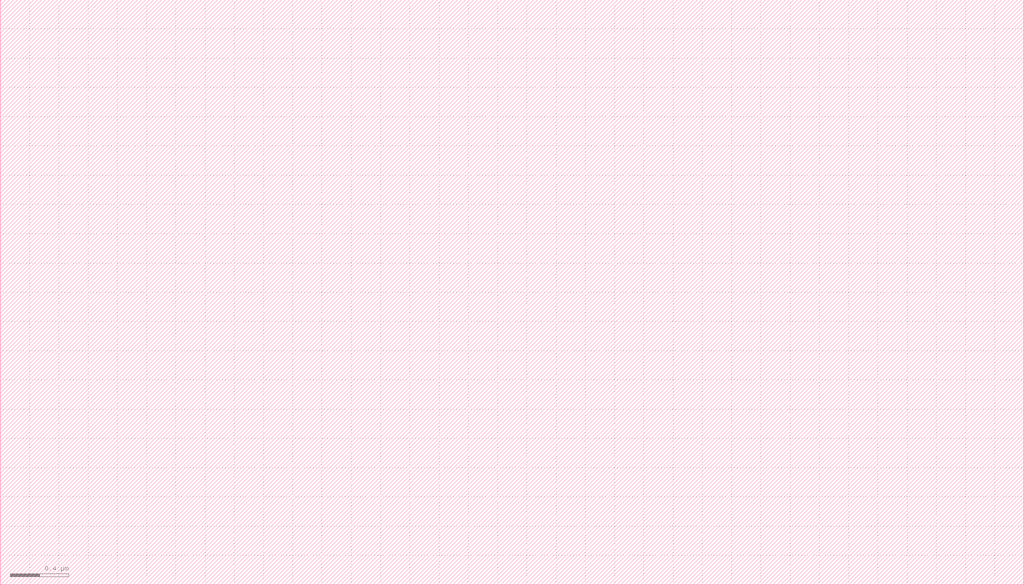
<source format=lef>
MACRO c0
     SIZE 4 BY 6 ;
END c0
 
MACRO c1
     SIZE 7 BY 4 ;
END c1
 
MACRO c2
     SIZE 2 BY 3 ;
END c2

MACRO c3
     SIZE 6 BY 3 ;
END c3

END LIBRARY

</source>
